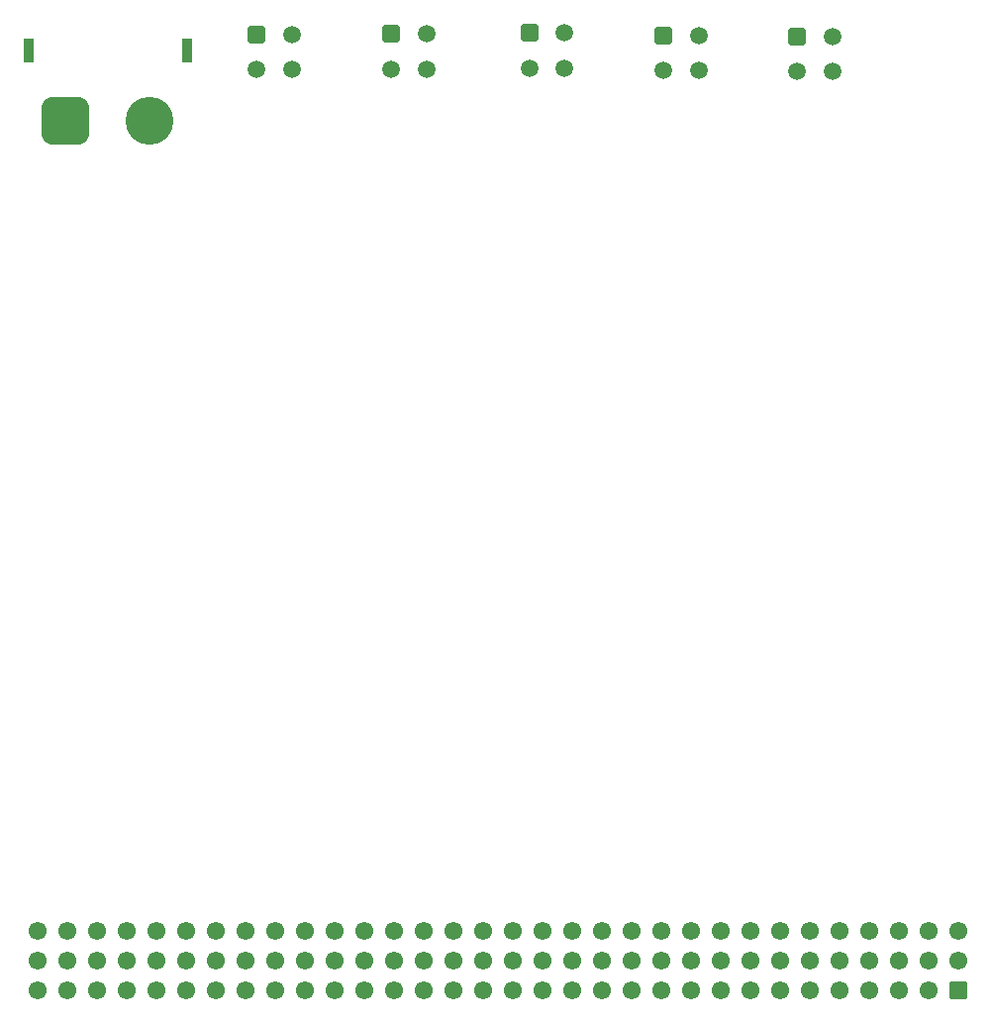
<source format=gbr>
%TF.GenerationSoftware,KiCad,Pcbnew,9.0.3*%
%TF.CreationDate,2025-09-23T23:00:58+02:00*%
%TF.ProjectId,ModuCard-GPIO-AUX,4d6f6475-4361-4726-942d-4750494f2d41,rev?*%
%TF.SameCoordinates,Original*%
%TF.FileFunction,Copper,L2,Bot*%
%TF.FilePolarity,Positive*%
%FSLAX46Y46*%
G04 Gerber Fmt 4.6, Leading zero omitted, Abs format (unit mm)*
G04 Created by KiCad (PCBNEW 9.0.3) date 2025-09-23 23:00:58*
%MOMM*%
%LPD*%
G01*
G04 APERTURE LIST*
G04 Aperture macros list*
%AMRoundRect*
0 Rectangle with rounded corners*
0 $1 Rounding radius*
0 $2 $3 $4 $5 $6 $7 $8 $9 X,Y pos of 4 corners*
0 Add a 4 corners polygon primitive as box body*
4,1,4,$2,$3,$4,$5,$6,$7,$8,$9,$2,$3,0*
0 Add four circle primitives for the rounded corners*
1,1,$1+$1,$2,$3*
1,1,$1+$1,$4,$5*
1,1,$1+$1,$6,$7*
1,1,$1+$1,$8,$9*
0 Add four rect primitives between the rounded corners*
20,1,$1+$1,$2,$3,$4,$5,0*
20,1,$1+$1,$4,$5,$6,$7,0*
20,1,$1+$1,$6,$7,$8,$9,0*
20,1,$1+$1,$8,$9,$2,$3,0*%
G04 Aperture macros list end*
%TA.AperFunction,ComponentPad*%
%ADD10RoundRect,0.250001X-0.499999X-0.499999X0.499999X-0.499999X0.499999X0.499999X-0.499999X0.499999X0*%
%TD*%
%TA.AperFunction,ComponentPad*%
%ADD11C,1.500000*%
%TD*%
%TA.AperFunction,ComponentPad*%
%ADD12R,0.900000X2.000000*%
%TD*%
%TA.AperFunction,ComponentPad*%
%ADD13RoundRect,1.025000X-1.025000X-1.025000X1.025000X-1.025000X1.025000X1.025000X-1.025000X1.025000X0*%
%TD*%
%TA.AperFunction,ComponentPad*%
%ADD14C,4.100000*%
%TD*%
%TA.AperFunction,ComponentPad*%
%ADD15RoundRect,0.249999X0.525001X0.525001X-0.525001X0.525001X-0.525001X-0.525001X0.525001X-0.525001X0*%
%TD*%
%TA.AperFunction,ComponentPad*%
%ADD16C,1.550000*%
%TD*%
G04 APERTURE END LIST*
D10*
%TO.P,J1,1,Pin_1*%
%TO.N,/Conn1/HalfBridge/OUT*%
X92550000Y-79450000D03*
D11*
%TO.P,J1,2,Pin_2*%
%TO.N,/Conn1/HalfBridge1/OUT*%
X95550000Y-79450000D03*
%TO.P,J1,3,Pin_3*%
%TO.N,Net-(J1-Pin_3)*%
X92550000Y-82450000D03*
%TO.P,J1,4,Pin_4*%
%TO.N,+5V*%
X95550000Y-82450000D03*
%TD*%
D12*
%TO.P,J7,*%
%TO.N,*%
X73050000Y-80850000D03*
X86550000Y-80850000D03*
D13*
%TO.P,J7,1,Pin_1*%
%TO.N,GND*%
X76200000Y-86850000D03*
D14*
%TO.P,J7,2,Pin_2*%
%TO.N,Net-(J7-Pin_2)*%
X83400000Y-86850000D03*
%TD*%
D10*
%TO.P,J5,1,Pin_1*%
%TO.N,/Conn5/HalfBridge/OUT*%
X115850000Y-79335000D03*
D11*
%TO.P,J5,2,Pin_2*%
%TO.N,/Conn5/HalfBridge1/OUT*%
X118850000Y-79335000D03*
%TO.P,J5,3,Pin_3*%
%TO.N,Net-(J5-Pin_3)*%
X115850000Y-82335000D03*
%TO.P,J5,4,Pin_4*%
%TO.N,+5V*%
X118850000Y-82335000D03*
%TD*%
D15*
%TO.P,J6,a1,a1*%
%TO.N,GND*%
X152550000Y-161210000D03*
D16*
%TO.P,J6,a2,a2*%
%TO.N,/backplane/BACKPLANE.D+*%
X150010000Y-161210000D03*
%TO.P,J6,a3,a3*%
%TO.N,+5V_STDBY*%
X147470000Y-161210000D03*
%TO.P,J6,a4,a4*%
%TO.N,GND*%
X144930000Y-161210000D03*
%TO.P,J6,a5,a5*%
%TO.N,/backplane/CAN1.+*%
X142390000Y-161210000D03*
%TO.P,J6,a6,a6*%
%TO.N,/backplane/CAN1.-*%
X139850000Y-161210000D03*
%TO.P,J6,a7,a7*%
%TO.N,GND*%
X137310000Y-161210000D03*
%TO.P,J6,a8,a8*%
%TO.N,/backplane/CAN2.+*%
X134770000Y-161210000D03*
%TO.P,J6,a9,a9*%
%TO.N,/backplane/CAN2.-*%
X132230000Y-161210000D03*
%TO.P,J6,a10,a10*%
%TO.N,GND*%
X129690000Y-161210000D03*
%TO.P,J6,a11,a11*%
%TO.N,+12V*%
X127150000Y-161210000D03*
%TO.P,J6,a12,a12*%
X124610000Y-161210000D03*
%TO.P,J6,a13,a13*%
%TO.N,GND*%
X122070000Y-161210000D03*
%TO.P,J6,a14,a14*%
%TO.N,+24V*%
X119530000Y-161210000D03*
%TO.P,J6,a15,a15*%
%TO.N,GND*%
X116990000Y-161210000D03*
%TO.P,J6,a16,a16*%
%TO.N,/backplane/GPIOL0*%
X114450000Y-161210000D03*
%TO.P,J6,a17,a17*%
%TO.N,/backplane/GPIOL1*%
X111910000Y-161210000D03*
%TO.P,J6,a18,a18*%
%TO.N,/backplane/GPIOL2*%
X109370000Y-161210000D03*
%TO.P,J6,a19,a19*%
%TO.N,/backplane/GPIOL3*%
X106830000Y-161210000D03*
%TO.P,J6,a20,a20*%
%TO.N,/backplane/GPIOL4*%
X104290000Y-161210000D03*
%TO.P,J6,a21,a21*%
%TO.N,/backplane/GPIOL5*%
X101750000Y-161210000D03*
%TO.P,J6,a22,a22*%
%TO.N,/backplane/GPIOL6*%
X99210000Y-161210000D03*
%TO.P,J6,a23,a23*%
%TO.N,/backplane/GPIOL7*%
X96670000Y-161210000D03*
%TO.P,J6,a24,a24*%
%TO.N,/backplane/GPIOL8*%
X94130000Y-161210000D03*
%TO.P,J6,a25,a25*%
%TO.N,/backplane/GPIOL9*%
X91590000Y-161210000D03*
%TO.P,J6,a26,a26*%
%TO.N,/backplane/GPIOL10*%
X89050000Y-161210000D03*
%TO.P,J6,a27,a27*%
%TO.N,/backplane/GPIOL11*%
X86510000Y-161210000D03*
%TO.P,J6,a28,a28*%
%TO.N,/backplane/GPIOL12*%
X83970000Y-161210000D03*
%TO.P,J6,a29,a29*%
%TO.N,/backplane/GPIOL13*%
X81430000Y-161210000D03*
%TO.P,J6,a30,a30*%
%TO.N,/backplane/GPIOL14*%
X78890000Y-161210000D03*
%TO.P,J6,a31,a31*%
%TO.N,/backplane/GPIOL15*%
X76350000Y-161210000D03*
%TO.P,J6,a32,a32*%
%TO.N,GND*%
X73810000Y-161210000D03*
%TO.P,J6,b1,b1*%
X152550000Y-158670000D03*
%TO.P,J6,b2,b2*%
X150010000Y-158670000D03*
%TO.P,J6,b3,b3*%
%TO.N,+5V_STDBY*%
X147470000Y-158670000D03*
%TO.P,J6,b4,b4*%
%TO.N,GND*%
X144930000Y-158670000D03*
%TO.P,J6,b5,b5*%
%TO.N,/backplane/CAN1.+*%
X142390000Y-158670000D03*
%TO.P,J6,b6,b6*%
%TO.N,/backplane/CAN1.-*%
X139850000Y-158670000D03*
%TO.P,J6,b7,b7*%
%TO.N,GND*%
X137310000Y-158670000D03*
%TO.P,J6,b8,b8*%
%TO.N,/backplane/CAN2.+*%
X134770000Y-158670000D03*
%TO.P,J6,b9,b9*%
%TO.N,/backplane/CAN2.-*%
X132230000Y-158670000D03*
%TO.P,J6,b10,b10*%
%TO.N,GND*%
X129690000Y-158670000D03*
%TO.P,J6,b11,b11*%
%TO.N,+12V*%
X127150000Y-158670000D03*
%TO.P,J6,b12,b12*%
X124610000Y-158670000D03*
%TO.P,J6,b13,b13*%
%TO.N,GND*%
X122070000Y-158670000D03*
%TO.P,J6,b14,b14*%
%TO.N,+24V*%
X119530000Y-158670000D03*
%TO.P,J6,b15,b15*%
%TO.N,GND*%
X116990000Y-158670000D03*
%TO.P,J6,b16,b16*%
%TO.N,/backplane/GPIOC0*%
X114450000Y-158670000D03*
%TO.P,J6,b17,b17*%
%TO.N,/backplane/GPIOC1*%
X111910000Y-158670000D03*
%TO.P,J6,b18,b18*%
%TO.N,/backplane/GPIOC2*%
X109370000Y-158670000D03*
%TO.P,J6,b19,b19*%
%TO.N,/backplane/GPIOC3*%
X106830000Y-158670000D03*
%TO.P,J6,b20,b20*%
%TO.N,/backplane/GPIOC4*%
X104290000Y-158670000D03*
%TO.P,J6,b21,b21*%
%TO.N,/backplane/GPIOC5*%
X101750000Y-158670000D03*
%TO.P,J6,b22,b22*%
%TO.N,/backplane/GPIOC6*%
X99210000Y-158670000D03*
%TO.P,J6,b23,b23*%
%TO.N,/backplane/GPIOC7*%
X96670000Y-158670000D03*
%TO.P,J6,b24,b24*%
%TO.N,/backplane/GPIOC8*%
X94130000Y-158670000D03*
%TO.P,J6,b25,b25*%
%TO.N,/backplane/GPIOC9*%
X91590000Y-158670000D03*
%TO.P,J6,b26,b26*%
%TO.N,/backplane/GPIOC10*%
X89050000Y-158670000D03*
%TO.P,J6,b27,b27*%
%TO.N,/backplane/GPIOC11*%
X86510000Y-158670000D03*
%TO.P,J6,b28,b28*%
%TO.N,/backplane/GPIOC12*%
X83970000Y-158670000D03*
%TO.P,J6,b29,b29*%
%TO.N,/backplane/GPIOC13*%
X81430000Y-158670000D03*
%TO.P,J6,b30,b30*%
%TO.N,/backplane/GPIOC14*%
X78890000Y-158670000D03*
%TO.P,J6,b31,b31*%
%TO.N,/backplane/GPIOC15*%
X76350000Y-158670000D03*
%TO.P,J6,b32,b32*%
%TO.N,GND*%
X73810000Y-158670000D03*
%TO.P,J6,c1,c1*%
X152550000Y-156130000D03*
%TO.P,J6,c2,c2*%
%TO.N,/backplane/BACKPLANE.D-*%
X150010000Y-156130000D03*
%TO.P,J6,c3,c3*%
%TO.N,+5V_STDBY*%
X147470000Y-156130000D03*
%TO.P,J6,c4,c4*%
%TO.N,GND*%
X144930000Y-156130000D03*
%TO.P,J6,c5,c5*%
%TO.N,/backplane/CAN1.+*%
X142390000Y-156130000D03*
%TO.P,J6,c6,c6*%
%TO.N,/backplane/CAN1.-*%
X139850000Y-156130000D03*
%TO.P,J6,c7,c7*%
%TO.N,GND*%
X137310000Y-156130000D03*
%TO.P,J6,c8,c8*%
%TO.N,/backplane/CAN2.+*%
X134770000Y-156130000D03*
%TO.P,J6,c9,c9*%
%TO.N,/backplane/CAN2.-*%
X132230000Y-156130000D03*
%TO.P,J6,c10,c10*%
%TO.N,GND*%
X129690000Y-156130000D03*
%TO.P,J6,c11,c11*%
%TO.N,+12V*%
X127150000Y-156130000D03*
%TO.P,J6,c12,c12*%
X124610000Y-156130000D03*
%TO.P,J6,c13,c13*%
%TO.N,GND*%
X122070000Y-156130000D03*
%TO.P,J6,c14,c14*%
%TO.N,+24V*%
X119530000Y-156130000D03*
%TO.P,J6,c15,c15*%
%TO.N,GND*%
X116990000Y-156130000D03*
%TO.P,J6,c16,c16*%
%TO.N,/backplane/GPIOR0*%
X114450000Y-156130000D03*
%TO.P,J6,c17,c17*%
%TO.N,/backplane/GPIOR1*%
X111910000Y-156130000D03*
%TO.P,J6,c18,c18*%
%TO.N,/backplane/GPIOR2*%
X109370000Y-156130000D03*
%TO.P,J6,c19,c19*%
%TO.N,/backplane/GPIOR3*%
X106830000Y-156130000D03*
%TO.P,J6,c20,c20*%
%TO.N,/backplane/GPIOR4*%
X104290000Y-156130000D03*
%TO.P,J6,c21,c21*%
%TO.N,/backplane/GPIOR5*%
X101750000Y-156130000D03*
%TO.P,J6,c22,c22*%
%TO.N,/backplane/GPIOR6*%
X99210000Y-156130000D03*
%TO.P,J6,c23,c23*%
%TO.N,/backplane/GPIOR7*%
X96670000Y-156130000D03*
%TO.P,J6,c24,c24*%
%TO.N,/backplane/GPIOR8*%
X94130000Y-156130000D03*
%TO.P,J6,c25,c25*%
%TO.N,/backplane/GPIOR9*%
X91590000Y-156130000D03*
%TO.P,J6,c26,c26*%
%TO.N,/backplane/GPIOR10*%
X89050000Y-156130000D03*
%TO.P,J6,c27,c27*%
%TO.N,/backplane/GPIOR11*%
X86510000Y-156130000D03*
%TO.P,J6,c28,c28*%
%TO.N,/backplane/GPIOR12*%
X83970000Y-156130000D03*
%TO.P,J6,c29,c29*%
%TO.N,/backplane/GPIOR13*%
X81430000Y-156130000D03*
%TO.P,J6,c30,c30*%
%TO.N,/backplane/GPIOR14*%
X78890000Y-156130000D03*
%TO.P,J6,c31,c31*%
%TO.N,/backplane/GPIOR15*%
X76350000Y-156130000D03*
%TO.P,J6,c32,c32*%
%TO.N,GND*%
X73810000Y-156130000D03*
%TD*%
D10*
%TO.P,J2,1,Pin_1*%
%TO.N,/Conn2/HalfBridge/OUT*%
X138750000Y-79635000D03*
D11*
%TO.P,J2,2,Pin_2*%
%TO.N,/Conn2/HalfBridge1/OUT*%
X141750000Y-79635000D03*
%TO.P,J2,3,Pin_3*%
%TO.N,Net-(J2-Pin_3)*%
X138750000Y-82635000D03*
%TO.P,J2,4,Pin_4*%
%TO.N,+5V*%
X141750000Y-82635000D03*
%TD*%
D10*
%TO.P,J4,1,Pin_1*%
%TO.N,/Conn4/HalfBridge/OUT*%
X127350000Y-79535000D03*
D11*
%TO.P,J4,2,Pin_2*%
%TO.N,/Conn4/HalfBridge1/OUT*%
X130350000Y-79535000D03*
%TO.P,J4,3,Pin_3*%
%TO.N,Net-(J4-Pin_3)*%
X127350000Y-82535000D03*
%TO.P,J4,4,Pin_4*%
%TO.N,+5V*%
X130350000Y-82535000D03*
%TD*%
D10*
%TO.P,J3,1,Pin_1*%
%TO.N,/Conn3/HalfBridge/OUT*%
X104050000Y-79435000D03*
D11*
%TO.P,J3,2,Pin_2*%
%TO.N,/Conn3/HalfBridge1/OUT*%
X107050000Y-79435000D03*
%TO.P,J3,3,Pin_3*%
%TO.N,Net-(J3-Pin_3)*%
X104050000Y-82435000D03*
%TO.P,J3,4,Pin_4*%
%TO.N,+5V*%
X107050000Y-82435000D03*
%TD*%
M02*

</source>
